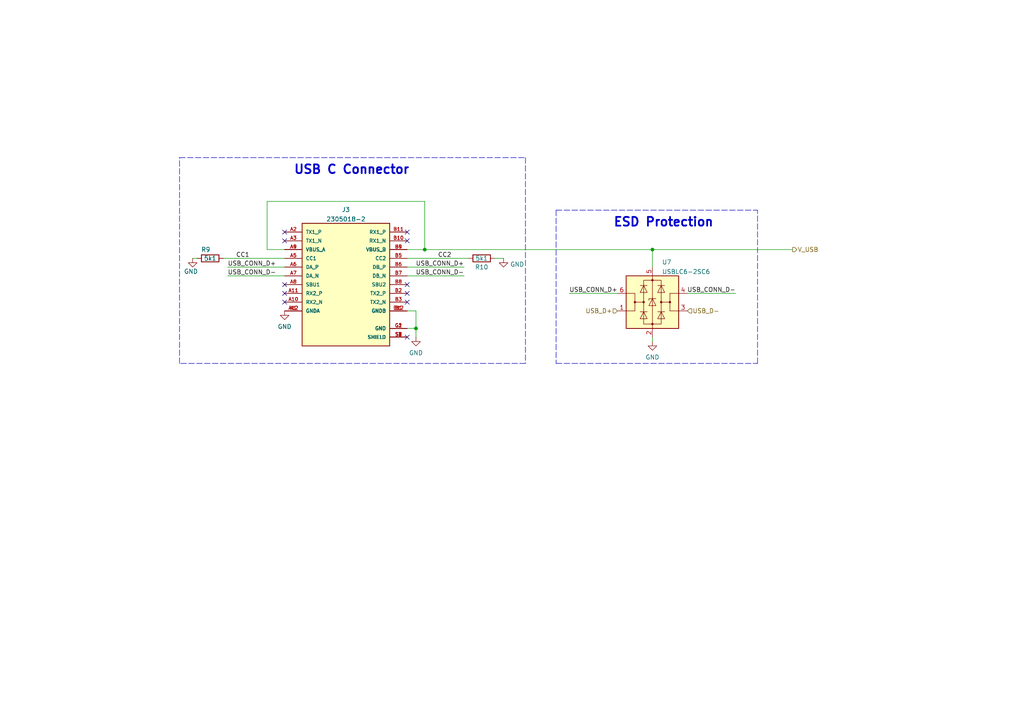
<source format=kicad_sch>
(kicad_sch (version 20211123) (generator eeschema)

  (uuid 9b8ae992-fb55-40b2-9c8b-fedb6e756c13)

  (paper "A4")

  (title_block
    (title "USB Input")
    (rev "1")
    (company "Kane Stoboi")
  )

  (lib_symbols
    (symbol "2305018-2:2305018-2" (pin_names (offset 1.016)) (in_bom yes) (on_board yes)
      (property "Reference" "J" (id 0) (at -12.7 18.0594 0)
        (effects (font (size 1.27 1.27)) (justify left bottom))
      )
      (property "Value" "2305018-2" (id 1) (at -12.7 -20.3454 0)
        (effects (font (size 1.27 1.27)) (justify left bottom))
      )
      (property "Footprint" "SnapEDA Library:TE_2305018-2" (id 2) (at 0 0 0)
        (effects (font (size 1.27 1.27)) (justify left bottom) hide)
      )
      (property "Datasheet" "" (id 3) (at 0 0 0)
        (effects (font (size 1.27 1.27)) (justify left bottom) hide)
      )
      (property "STANDRAD" "Manufacturer Recommendation" (id 4) (at 0 0 0)
        (effects (font (size 1.27 1.27)) (justify left bottom) hide)
      )
      (property "PARTREV" "6.0" (id 5) (at 0 0 0)
        (effects (font (size 1.27 1.27)) (justify left bottom) hide)
      )
      (property "MANUFACTURER" "TE Connectivity" (id 6) (at 0 0 0)
        (effects (font (size 1.27 1.27)) (justify left bottom) hide)
      )
      (property "ki_locked" "" (id 7) (at 0 0 0)
        (effects (font (size 1.27 1.27)))
      )
      (symbol "2305018-2_0_0"
        (rectangle (start -12.7 -17.78) (end 12.7 17.78)
          (stroke (width 0.254) (type default) (color 0 0 0 0))
          (fill (type background))
        )
        (pin passive line (at -17.78 -7.62 0) (length 5.08)
          (name "GNDA" (effects (font (size 1.016 1.016))))
          (number "A1" (effects (font (size 1.016 1.016))))
        )
        (pin passive line (at -17.78 -5.08 0) (length 5.08)
          (name "RX2_N" (effects (font (size 1.016 1.016))))
          (number "A10" (effects (font (size 1.016 1.016))))
        )
        (pin passive line (at -17.78 -2.54 0) (length 5.08)
          (name "RX2_P" (effects (font (size 1.016 1.016))))
          (number "A11" (effects (font (size 1.016 1.016))))
        )
        (pin passive line (at -17.78 -7.62 0) (length 5.08)
          (name "GNDA" (effects (font (size 1.016 1.016))))
          (number "A12" (effects (font (size 1.016 1.016))))
        )
        (pin passive line (at -17.78 15.24 0) (length 5.08)
          (name "TX1_P" (effects (font (size 1.016 1.016))))
          (number "A2" (effects (font (size 1.016 1.016))))
        )
        (pin passive line (at -17.78 12.7 0) (length 5.08)
          (name "TX1_N" (effects (font (size 1.016 1.016))))
          (number "A3" (effects (font (size 1.016 1.016))))
        )
        (pin passive line (at -17.78 10.16 0) (length 5.08)
          (name "VBUS_A" (effects (font (size 1.016 1.016))))
          (number "A4" (effects (font (size 1.016 1.016))))
        )
        (pin passive line (at -17.78 7.62 0) (length 5.08)
          (name "CC1" (effects (font (size 1.016 1.016))))
          (number "A5" (effects (font (size 1.016 1.016))))
        )
        (pin passive line (at -17.78 5.08 0) (length 5.08)
          (name "DA_P" (effects (font (size 1.016 1.016))))
          (number "A6" (effects (font (size 1.016 1.016))))
        )
        (pin passive line (at -17.78 2.54 0) (length 5.08)
          (name "DA_N" (effects (font (size 1.016 1.016))))
          (number "A7" (effects (font (size 1.016 1.016))))
        )
        (pin passive line (at -17.78 0 0) (length 5.08)
          (name "SBU1" (effects (font (size 1.016 1.016))))
          (number "A8" (effects (font (size 1.016 1.016))))
        )
        (pin passive line (at -17.78 10.16 0) (length 5.08)
          (name "VBUS_A" (effects (font (size 1.016 1.016))))
          (number "A9" (effects (font (size 1.016 1.016))))
        )
        (pin passive line (at 17.78 -7.62 180) (length 5.08)
          (name "GNDB" (effects (font (size 1.016 1.016))))
          (number "B1" (effects (font (size 1.016 1.016))))
        )
        (pin passive line (at 17.78 12.7 180) (length 5.08)
          (name "RX1_N" (effects (font (size 1.016 1.016))))
          (number "B10" (effects (font (size 1.016 1.016))))
        )
        (pin passive line (at 17.78 15.24 180) (length 5.08)
          (name "RX1_P" (effects (font (size 1.016 1.016))))
          (number "B11" (effects (font (size 1.016 1.016))))
        )
        (pin passive line (at 17.78 -7.62 180) (length 5.08)
          (name "GNDB" (effects (font (size 1.016 1.016))))
          (number "B12" (effects (font (size 1.016 1.016))))
        )
        (pin passive line (at 17.78 -2.54 180) (length 5.08)
          (name "TX2_P" (effects (font (size 1.016 1.016))))
          (number "B2" (effects (font (size 1.016 1.016))))
        )
        (pin passive line (at 17.78 -5.08 180) (length 5.08)
          (name "TX2_N" (effects (font (size 1.016 1.016))))
          (number "B3" (effects (font (size 1.016 1.016))))
        )
        (pin passive line (at 17.78 10.16 180) (length 5.08)
          (name "VBUS_B" (effects (font (size 1.016 1.016))))
          (number "B4" (effects (font (size 1.016 1.016))))
        )
        (pin passive line (at 17.78 7.62 180) (length 5.08)
          (name "CC2" (effects (font (size 1.016 1.016))))
          (number "B5" (effects (font (size 1.016 1.016))))
        )
        (pin passive line (at 17.78 5.08 180) (length 5.08)
          (name "DB_P" (effects (font (size 1.016 1.016))))
          (number "B6" (effects (font (size 1.016 1.016))))
        )
        (pin passive line (at 17.78 2.54 180) (length 5.08)
          (name "DB_N" (effects (font (size 1.016 1.016))))
          (number "B7" (effects (font (size 1.016 1.016))))
        )
        (pin passive line (at 17.78 0 180) (length 5.08)
          (name "SBU2" (effects (font (size 1.016 1.016))))
          (number "B8" (effects (font (size 1.016 1.016))))
        )
        (pin passive line (at 17.78 10.16 180) (length 5.08)
          (name "VBUS_B" (effects (font (size 1.016 1.016))))
          (number "B9" (effects (font (size 1.016 1.016))))
        )
        (pin power_in line (at 17.78 -12.7 180) (length 5.08)
          (name "GND" (effects (font (size 1.016 1.016))))
          (number "G1" (effects (font (size 1.016 1.016))))
        )
        (pin power_in line (at 17.78 -12.7 180) (length 5.08)
          (name "GND" (effects (font (size 1.016 1.016))))
          (number "G2" (effects (font (size 1.016 1.016))))
        )
        (pin power_in line (at 17.78 -15.24 180) (length 5.08)
          (name "SHIELD" (effects (font (size 1.016 1.016))))
          (number "S1" (effects (font (size 1.016 1.016))))
        )
        (pin power_in line (at 17.78 -15.24 180) (length 5.08)
          (name "SHIELD" (effects (font (size 1.016 1.016))))
          (number "S2" (effects (font (size 1.016 1.016))))
        )
        (pin power_in line (at 17.78 -15.24 180) (length 5.08)
          (name "SHIELD" (effects (font (size 1.016 1.016))))
          (number "S3" (effects (font (size 1.016 1.016))))
        )
        (pin power_in line (at 17.78 -15.24 180) (length 5.08)
          (name "SHIELD" (effects (font (size 1.016 1.016))))
          (number "S4" (effects (font (size 1.016 1.016))))
        )
      )
    )
    (symbol "Device:R" (pin_numbers hide) (pin_names (offset 0)) (in_bom yes) (on_board yes)
      (property "Reference" "R" (id 0) (at 2.032 0 90)
        (effects (font (size 1.27 1.27)))
      )
      (property "Value" "R" (id 1) (at 0 0 90)
        (effects (font (size 1.27 1.27)))
      )
      (property "Footprint" "" (id 2) (at -1.778 0 90)
        (effects (font (size 1.27 1.27)) hide)
      )
      (property "Datasheet" "~" (id 3) (at 0 0 0)
        (effects (font (size 1.27 1.27)) hide)
      )
      (property "ki_keywords" "R res resistor" (id 4) (at 0 0 0)
        (effects (font (size 1.27 1.27)) hide)
      )
      (property "ki_description" "Resistor" (id 5) (at 0 0 0)
        (effects (font (size 1.27 1.27)) hide)
      )
      (property "ki_fp_filters" "R_*" (id 6) (at 0 0 0)
        (effects (font (size 1.27 1.27)) hide)
      )
      (symbol "R_0_1"
        (rectangle (start -1.016 -2.54) (end 1.016 2.54)
          (stroke (width 0.254) (type default) (color 0 0 0 0))
          (fill (type none))
        )
      )
      (symbol "R_1_1"
        (pin passive line (at 0 3.81 270) (length 1.27)
          (name "~" (effects (font (size 1.27 1.27))))
          (number "1" (effects (font (size 1.27 1.27))))
        )
        (pin passive line (at 0 -3.81 90) (length 1.27)
          (name "~" (effects (font (size 1.27 1.27))))
          (number "2" (effects (font (size 1.27 1.27))))
        )
      )
    )
    (symbol "Power_Protection:USBLC6-2SC6" (pin_names hide) (in_bom yes) (on_board yes)
      (property "Reference" "U" (id 0) (at 2.54 8.89 0)
        (effects (font (size 1.27 1.27)) (justify left))
      )
      (property "Value" "USBLC6-2SC6" (id 1) (at 2.54 -8.89 0)
        (effects (font (size 1.27 1.27)) (justify left))
      )
      (property "Footprint" "Package_TO_SOT_SMD:SOT-23-6" (id 2) (at 0 -12.7 0)
        (effects (font (size 1.27 1.27)) hide)
      )
      (property "Datasheet" "https://www.st.com/resource/en/datasheet/usblc6-2.pdf" (id 3) (at 5.08 8.89 0)
        (effects (font (size 1.27 1.27)) hide)
      )
      (property "ki_keywords" "usb ethernet video" (id 4) (at 0 0 0)
        (effects (font (size 1.27 1.27)) hide)
      )
      (property "ki_description" "Very low capacitance ESD protection diode, 2 data-line, SOT-23-6" (id 5) (at 0 0 0)
        (effects (font (size 1.27 1.27)) hide)
      )
      (property "ki_fp_filters" "SOT?23*" (id 6) (at 0 0 0)
        (effects (font (size 1.27 1.27)) hide)
      )
      (symbol "USBLC6-2SC6_0_1"
        (rectangle (start -7.62 -7.62) (end 7.62 7.62)
          (stroke (width 0.254) (type default) (color 0 0 0 0))
          (fill (type background))
        )
        (circle (center -5.08 0) (radius 0.254)
          (stroke (width 0) (type default) (color 0 0 0 0))
          (fill (type outline))
        )
        (circle (center -2.54 0) (radius 0.254)
          (stroke (width 0) (type default) (color 0 0 0 0))
          (fill (type outline))
        )
        (rectangle (start -2.54 6.35) (end 2.54 -6.35)
          (stroke (width 0) (type default) (color 0 0 0 0))
          (fill (type none))
        )
        (circle (center 0 -6.35) (radius 0.254)
          (stroke (width 0) (type default) (color 0 0 0 0))
          (fill (type outline))
        )
        (polyline
          (pts
            (xy -5.08 -2.54)
            (xy -7.62 -2.54)
          )
          (stroke (width 0) (type default) (color 0 0 0 0))
          (fill (type none))
        )
        (polyline
          (pts
            (xy -5.08 0)
            (xy -5.08 -2.54)
          )
          (stroke (width 0) (type default) (color 0 0 0 0))
          (fill (type none))
        )
        (polyline
          (pts
            (xy -5.08 2.54)
            (xy -7.62 2.54)
          )
          (stroke (width 0) (type default) (color 0 0 0 0))
          (fill (type none))
        )
        (polyline
          (pts
            (xy -1.524 -2.794)
            (xy -3.556 -2.794)
          )
          (stroke (width 0) (type default) (color 0 0 0 0))
          (fill (type none))
        )
        (polyline
          (pts
            (xy -1.524 4.826)
            (xy -3.556 4.826)
          )
          (stroke (width 0) (type default) (color 0 0 0 0))
          (fill (type none))
        )
        (polyline
          (pts
            (xy 0 -7.62)
            (xy 0 -6.35)
          )
          (stroke (width 0) (type default) (color 0 0 0 0))
          (fill (type none))
        )
        (polyline
          (pts
            (xy 0 -6.35)
            (xy 0 1.27)
          )
          (stroke (width 0) (type default) (color 0 0 0 0))
          (fill (type none))
        )
        (polyline
          (pts
            (xy 0 1.27)
            (xy 0 6.35)
          )
          (stroke (width 0) (type default) (color 0 0 0 0))
          (fill (type none))
        )
        (polyline
          (pts
            (xy 0 6.35)
            (xy 0 7.62)
          )
          (stroke (width 0) (type default) (color 0 0 0 0))
          (fill (type none))
        )
        (polyline
          (pts
            (xy 1.524 -2.794)
            (xy 3.556 -2.794)
          )
          (stroke (width 0) (type default) (color 0 0 0 0))
          (fill (type none))
        )
        (polyline
          (pts
            (xy 1.524 4.826)
            (xy 3.556 4.826)
          )
          (stroke (width 0) (type default) (color 0 0 0 0))
          (fill (type none))
        )
        (polyline
          (pts
            (xy 5.08 -2.54)
            (xy 7.62 -2.54)
          )
          (stroke (width 0) (type default) (color 0 0 0 0))
          (fill (type none))
        )
        (polyline
          (pts
            (xy 5.08 0)
            (xy 5.08 -2.54)
          )
          (stroke (width 0) (type default) (color 0 0 0 0))
          (fill (type none))
        )
        (polyline
          (pts
            (xy 5.08 2.54)
            (xy 7.62 2.54)
          )
          (stroke (width 0) (type default) (color 0 0 0 0))
          (fill (type none))
        )
        (polyline
          (pts
            (xy -2.54 0)
            (xy -5.08 0)
            (xy -5.08 2.54)
          )
          (stroke (width 0) (type default) (color 0 0 0 0))
          (fill (type none))
        )
        (polyline
          (pts
            (xy 2.54 0)
            (xy 5.08 0)
            (xy 5.08 2.54)
          )
          (stroke (width 0) (type default) (color 0 0 0 0))
          (fill (type none))
        )
        (polyline
          (pts
            (xy -3.556 -4.826)
            (xy -1.524 -4.826)
            (xy -2.54 -2.794)
            (xy -3.556 -4.826)
          )
          (stroke (width 0) (type default) (color 0 0 0 0))
          (fill (type none))
        )
        (polyline
          (pts
            (xy -3.556 2.794)
            (xy -1.524 2.794)
            (xy -2.54 4.826)
            (xy -3.556 2.794)
          )
          (stroke (width 0) (type default) (color 0 0 0 0))
          (fill (type none))
        )
        (polyline
          (pts
            (xy -1.016 -1.016)
            (xy 1.016 -1.016)
            (xy 0 1.016)
            (xy -1.016 -1.016)
          )
          (stroke (width 0) (type default) (color 0 0 0 0))
          (fill (type none))
        )
        (polyline
          (pts
            (xy 1.016 1.016)
            (xy 0.762 1.016)
            (xy -1.016 1.016)
            (xy -1.016 0.508)
          )
          (stroke (width 0) (type default) (color 0 0 0 0))
          (fill (type none))
        )
        (polyline
          (pts
            (xy 3.556 -4.826)
            (xy 1.524 -4.826)
            (xy 2.54 -2.794)
            (xy 3.556 -4.826)
          )
          (stroke (width 0) (type default) (color 0 0 0 0))
          (fill (type none))
        )
        (polyline
          (pts
            (xy 3.556 2.794)
            (xy 1.524 2.794)
            (xy 2.54 4.826)
            (xy 3.556 2.794)
          )
          (stroke (width 0) (type default) (color 0 0 0 0))
          (fill (type none))
        )
        (circle (center 0 6.35) (radius 0.254)
          (stroke (width 0) (type default) (color 0 0 0 0))
          (fill (type outline))
        )
        (circle (center 2.54 0) (radius 0.254)
          (stroke (width 0) (type default) (color 0 0 0 0))
          (fill (type outline))
        )
        (circle (center 5.08 0) (radius 0.254)
          (stroke (width 0) (type default) (color 0 0 0 0))
          (fill (type outline))
        )
      )
      (symbol "USBLC6-2SC6_1_1"
        (pin passive line (at -10.16 -2.54 0) (length 2.54)
          (name "I/O1" (effects (font (size 1.27 1.27))))
          (number "1" (effects (font (size 1.27 1.27))))
        )
        (pin passive line (at 0 -10.16 90) (length 2.54)
          (name "GND" (effects (font (size 1.27 1.27))))
          (number "2" (effects (font (size 1.27 1.27))))
        )
        (pin passive line (at 10.16 -2.54 180) (length 2.54)
          (name "I/O2" (effects (font (size 1.27 1.27))))
          (number "3" (effects (font (size 1.27 1.27))))
        )
        (pin passive line (at 10.16 2.54 180) (length 2.54)
          (name "I/O2" (effects (font (size 1.27 1.27))))
          (number "4" (effects (font (size 1.27 1.27))))
        )
        (pin passive line (at 0 10.16 270) (length 2.54)
          (name "VBUS" (effects (font (size 1.27 1.27))))
          (number "5" (effects (font (size 1.27 1.27))))
        )
        (pin passive line (at -10.16 2.54 0) (length 2.54)
          (name "I/O1" (effects (font (size 1.27 1.27))))
          (number "6" (effects (font (size 1.27 1.27))))
        )
      )
    )
    (symbol "power:GND" (power) (pin_names (offset 0)) (in_bom yes) (on_board yes)
      (property "Reference" "#PWR" (id 0) (at 0 -6.35 0)
        (effects (font (size 1.27 1.27)) hide)
      )
      (property "Value" "GND" (id 1) (at 0 -3.81 0)
        (effects (font (size 1.27 1.27)))
      )
      (property "Footprint" "" (id 2) (at 0 0 0)
        (effects (font (size 1.27 1.27)) hide)
      )
      (property "Datasheet" "" (id 3) (at 0 0 0)
        (effects (font (size 1.27 1.27)) hide)
      )
      (property "ki_keywords" "power-flag" (id 4) (at 0 0 0)
        (effects (font (size 1.27 1.27)) hide)
      )
      (property "ki_description" "Power symbol creates a global label with name \"GND\" , ground" (id 5) (at 0 0 0)
        (effects (font (size 1.27 1.27)) hide)
      )
      (symbol "GND_0_1"
        (polyline
          (pts
            (xy 0 0)
            (xy 0 -1.27)
            (xy 1.27 -1.27)
            (xy 0 -2.54)
            (xy -1.27 -1.27)
            (xy 0 -1.27)
          )
          (stroke (width 0) (type default) (color 0 0 0 0))
          (fill (type none))
        )
      )
      (symbol "GND_1_1"
        (pin power_in line (at 0 0 270) (length 0) hide
          (name "GND" (effects (font (size 1.27 1.27))))
          (number "1" (effects (font (size 1.27 1.27))))
        )
      )
    )
  )

  (junction (at 123.19 72.39) (diameter 0) (color 0 0 0 0)
    (uuid 81cabb9c-0953-4f28-9f1b-85b646cbba12)
  )
  (junction (at 189.23 72.39) (diameter 0) (color 0 0 0 0)
    (uuid a9b7595f-f04a-44cd-8a8b-e3159731f3b9)
  )
  (junction (at 120.65 95.25) (diameter 0) (color 0 0 0 0)
    (uuid ddcc0d5e-13d2-46b3-b3ff-e422eac8a1fd)
  )

  (no_connect (at 118.11 87.63) (uuid 00950159-835e-41f8-ad72-6d76605c271d))
  (no_connect (at 118.11 82.55) (uuid 0ac0f97b-cc58-41ba-bc01-11a7817cda5c))
  (no_connect (at 82.55 85.09) (uuid 46bd8aab-52e0-464c-92a1-590ae392cc51))
  (no_connect (at 118.11 97.79) (uuid 54ca374e-54c9-482b-a93d-2685400c173b))
  (no_connect (at 82.55 82.55) (uuid 6b90e64a-1234-4541-bfdf-1b2bf1e400b9))
  (no_connect (at 82.55 69.85) (uuid 6d0b4540-2fe2-4a44-a36d-e4d62d0bf694))
  (no_connect (at 118.11 85.09) (uuid 80683003-ac69-4a12-b6ca-8eda66b1a635))
  (no_connect (at 118.11 67.31) (uuid 81a115e6-9faf-44b1-af74-fe7d67b939d9))
  (no_connect (at 118.11 69.85) (uuid b845dff1-2270-4bec-82d1-06fcfbcf3a3d))
  (no_connect (at 82.55 87.63) (uuid e356cb42-2c6a-4735-973e-7d567ff4f1bc))
  (no_connect (at 82.55 67.31) (uuid f8b9c006-9cde-435f-8863-8aa59bb138bb))

  (polyline (pts (xy 52.07 45.72) (xy 152.4 45.72))
    (stroke (width 0) (type default) (color 0 0 0 0))
    (uuid 07a640c4-7f64-416f-803e-ab75ac8844f6)
  )
  (polyline (pts (xy 52.07 105.41) (xy 52.07 45.72))
    (stroke (width 0) (type default) (color 0 0 0 0))
    (uuid 0c8a3f8b-404d-421c-b4b5-8d243b19c0b9)
  )
  (polyline (pts (xy 161.29 105.41) (xy 219.71 105.41))
    (stroke (width 0) (type default) (color 0 0 0 0))
    (uuid 10df0dad-9ccb-4f77-983d-22c60d0da730)
  )

  (wire (pts (xy 118.11 74.93) (xy 135.89 74.93))
    (stroke (width 0) (type default) (color 0 0 0 0))
    (uuid 1fcdb243-cd33-46b4-af40-eb9cf137d834)
  )
  (wire (pts (xy 77.47 58.42) (xy 123.19 58.42))
    (stroke (width 0) (type default) (color 0 0 0 0))
    (uuid 25e7ecac-fffe-48a3-aa19-c58ff86997ce)
  )
  (polyline (pts (xy 161.29 60.96) (xy 161.29 105.41))
    (stroke (width 0) (type default) (color 0 0 0 0))
    (uuid 2e9e4f98-2846-4c13-a4fc-41e31808d6ed)
  )
  (polyline (pts (xy 152.4 45.72) (xy 152.4 105.41))
    (stroke (width 0) (type default) (color 0 0 0 0))
    (uuid 36e4e09c-a3f3-4aef-a796-6213e8f208d3)
  )

  (wire (pts (xy 77.47 72.39) (xy 77.47 58.42))
    (stroke (width 0) (type default) (color 0 0 0 0))
    (uuid 40185263-5e1d-4759-a35c-94bbd7942173)
  )
  (wire (pts (xy 118.11 95.25) (xy 120.65 95.25))
    (stroke (width 0) (type default) (color 0 0 0 0))
    (uuid 438278b1-8caa-42df-8627-c5981d3186da)
  )
  (wire (pts (xy 189.23 72.39) (xy 229.87 72.39))
    (stroke (width 0) (type default) (color 0 0 0 0))
    (uuid 59513d5d-8a34-4bf0-8608-10933e83f0ab)
  )
  (polyline (pts (xy 161.29 60.96) (xy 219.71 60.96))
    (stroke (width 0) (type default) (color 0 0 0 0))
    (uuid 5dec24c5-4dc5-480a-a570-916cbca9aa88)
  )
  (polyline (pts (xy 52.07 45.72) (xy 52.07 45.72))
    (stroke (width 0) (type default) (color 0 0 0 0))
    (uuid 5f8347ec-50d2-4ffd-8d2b-26e0719c0a4d)
  )

  (wire (pts (xy 189.23 97.79) (xy 189.23 99.06))
    (stroke (width 0) (type default) (color 0 0 0 0))
    (uuid 67fcade7-18e7-4e86-b743-2686dbccc377)
  )
  (wire (pts (xy 66.04 80.01) (xy 82.55 80.01))
    (stroke (width 0) (type default) (color 0 0 0 0))
    (uuid 6e5612da-957c-4239-b4ba-923db5b2ef0c)
  )
  (wire (pts (xy 118.11 72.39) (xy 123.19 72.39))
    (stroke (width 0) (type default) (color 0 0 0 0))
    (uuid 79cb0916-3ee5-4e41-8c25-4894d437b3e4)
  )
  (wire (pts (xy 123.19 58.42) (xy 123.19 72.39))
    (stroke (width 0) (type default) (color 0 0 0 0))
    (uuid 7fdb31df-af3e-4745-a6a9-22194916d234)
  )
  (wire (pts (xy 120.65 95.25) (xy 120.65 97.79))
    (stroke (width 0) (type default) (color 0 0 0 0))
    (uuid 824b33c2-8b85-42d6-be11-a5554a684615)
  )
  (polyline (pts (xy 219.71 105.41) (xy 219.71 60.96))
    (stroke (width 0) (type default) (color 0 0 0 0))
    (uuid 88cd6230-db1e-4d90-b864-631b7841e3a7)
  )

  (wire (pts (xy 213.36 85.09) (xy 199.39 85.09))
    (stroke (width 0) (type default) (color 0 0 0 0))
    (uuid 98421aab-1c05-4db4-a40c-e5efebf17a8a)
  )
  (wire (pts (xy 120.65 90.17) (xy 120.65 95.25))
    (stroke (width 0) (type default) (color 0 0 0 0))
    (uuid a214d845-41d2-40f5-83d1-d82483633c82)
  )
  (wire (pts (xy 118.11 90.17) (xy 120.65 90.17))
    (stroke (width 0) (type default) (color 0 0 0 0))
    (uuid a4f74664-521c-4b7e-8b0a-f8646ba0868c)
  )
  (wire (pts (xy 123.19 72.39) (xy 189.23 72.39))
    (stroke (width 0) (type default) (color 0 0 0 0))
    (uuid a52422ef-982a-4a38-a31c-ed9aa93d0914)
  )
  (wire (pts (xy 165.1 85.09) (xy 179.07 85.09))
    (stroke (width 0) (type default) (color 0 0 0 0))
    (uuid b263a572-6e5a-4a16-a6d4-7aa292567fd2)
  )
  (wire (pts (xy 189.23 72.39) (xy 189.23 77.47))
    (stroke (width 0) (type default) (color 0 0 0 0))
    (uuid bc83bff2-7ae9-466e-bce8-96e35ab3af78)
  )
  (wire (pts (xy 66.04 77.47) (xy 82.55 77.47))
    (stroke (width 0) (type default) (color 0 0 0 0))
    (uuid ca15feb0-2df9-4500-a91f-54771f9e7d80)
  )
  (wire (pts (xy 134.62 77.47) (xy 118.11 77.47))
    (stroke (width 0) (type default) (color 0 0 0 0))
    (uuid d0e6c70f-6fbe-4b64-99c9-ee5d06b33281)
  )
  (wire (pts (xy 57.15 74.93) (xy 55.88 74.93))
    (stroke (width 0) (type default) (color 0 0 0 0))
    (uuid d76d5e1c-f86f-440c-b23b-87abc2cc47d1)
  )
  (wire (pts (xy 134.62 80.01) (xy 118.11 80.01))
    (stroke (width 0) (type default) (color 0 0 0 0))
    (uuid dca6ca87-29c0-4b2f-85b9-739d84ad82b6)
  )
  (wire (pts (xy 143.51 74.93) (xy 146.05 74.93))
    (stroke (width 0) (type default) (color 0 0 0 0))
    (uuid dea0ccf0-ac0f-4e07-a322-6913f683127a)
  )
  (wire (pts (xy 82.55 72.39) (xy 77.47 72.39))
    (stroke (width 0) (type default) (color 0 0 0 0))
    (uuid e0109056-7898-4132-a94e-e7aa935e7c96)
  )
  (polyline (pts (xy 152.4 105.41) (xy 52.07 105.41))
    (stroke (width 0) (type default) (color 0 0 0 0))
    (uuid ff960978-4987-4562-b77e-18bb9d5a90f3)
  )

  (wire (pts (xy 64.77 74.93) (xy 82.55 74.93))
    (stroke (width 0) (type default) (color 0 0 0 0))
    (uuid ffd8f90c-b750-459c-bc3a-cf6400e7b067)
  )

  (text "ESD Protection" (at 177.8 66.04 0)
    (effects (font (size 2.54 2.54) (thickness 0.508) bold) (justify left bottom))
    (uuid 1ce26f0d-cf77-4126-a2ef-9b8921d2ab65)
  )
  (text "USB C Connector" (at 85.09 50.8 0)
    (effects (font (size 2.54 2.54) (thickness 0.508) bold) (justify left bottom))
    (uuid dee37cb7-6530-45b0-aa2c-d0802e6acc73)
  )

  (label "USB_CONN_D+" (at 165.1 85.09 0)
    (effects (font (size 1.27 1.27)) (justify left bottom))
    (uuid 0d57db7b-07b8-47f7-9dd3-47b9bbfa3795)
  )
  (label "USB_CONN_D-" (at 134.62 80.01 180)
    (effects (font (size 1.27 1.27)) (justify right bottom))
    (uuid 0eb4bed1-a3f3-42f2-9589-f0cf5391340a)
  )
  (label "USB_CONN_D-" (at 66.04 80.01 0)
    (effects (font (size 1.27 1.27)) (justify left bottom))
    (uuid 146c9996-743e-41a0-a9e7-488a64432d9f)
  )
  (label "USB_CONN_D+" (at 134.62 77.47 180)
    (effects (font (size 1.27 1.27)) (justify right bottom))
    (uuid 610cb42b-4d99-4def-aee5-b42e07681df2)
  )
  (label "USB_CONN_D+" (at 66.04 77.47 0)
    (effects (font (size 1.27 1.27)) (justify left bottom))
    (uuid b833133e-e77d-4a0e-af88-3d80f8b3b693)
  )
  (label "USB_CONN_D-" (at 213.36 85.09 180)
    (effects (font (size 1.27 1.27)) (justify right bottom))
    (uuid ba4d9233-2f2f-496d-ab23-bb92bcb65811)
  )
  (label "CC2" (at 127 74.93 0)
    (effects (font (size 1.27 1.27)) (justify left bottom))
    (uuid fbad2644-f33d-417c-9dd1-b39125bb2f2e)
  )
  (label "CC1" (at 72.39 74.93 180)
    (effects (font (size 1.27 1.27)) (justify right bottom))
    (uuid fbcb0304-0722-4e00-ab48-d150665cf9b7)
  )

  (hierarchical_label "USB_D-" (shape input) (at 199.39 90.17 0)
    (effects (font (size 1.27 1.27)) (justify left))
    (uuid 07d7d013-ee2c-4517-8fc7-e00966ff00cf)
  )
  (hierarchical_label "V_USB" (shape output) (at 229.87 72.39 0)
    (effects (font (size 1.27 1.27)) (justify left))
    (uuid 1e0e688b-0b17-49c2-a0e6-509d1a1cb7d7)
  )
  (hierarchical_label "USB_D+" (shape input) (at 179.07 90.17 180)
    (effects (font (size 1.27 1.27)) (justify right))
    (uuid 826d71f9-923a-43cf-9118-a69a2699d32d)
  )

  (symbol (lib_id "power:GND") (at 189.23 99.06 0) (unit 1)
    (in_bom yes) (on_board yes) (fields_autoplaced)
    (uuid 08838026-2b8b-4542-991d-758294878315)
    (property "Reference" "#PWR0141" (id 0) (at 189.23 105.41 0)
      (effects (font (size 1.27 1.27)) hide)
    )
    (property "Value" "GND" (id 1) (at 189.23 103.6225 0))
    (property "Footprint" "" (id 2) (at 189.23 99.06 0)
      (effects (font (size 1.27 1.27)) hide)
    )
    (property "Datasheet" "" (id 3) (at 189.23 99.06 0)
      (effects (font (size 1.27 1.27)) hide)
    )
    (pin "1" (uuid f10905ef-9ebd-44ea-b4fd-12e54187f843))
  )

  (symbol (lib_id "Power_Protection:USBLC6-2SC6") (at 189.23 87.63 0) (unit 1)
    (in_bom yes) (on_board yes) (fields_autoplaced)
    (uuid 0aad19bf-8af0-43f2-b34e-6080ef3c3761)
    (property "Reference" "U7" (id 0) (at 191.9987 76.0435 0)
      (effects (font (size 1.27 1.27)) (justify left))
    )
    (property "Value" "USBLC6-2SC6" (id 1) (at 191.9987 78.8186 0)
      (effects (font (size 1.27 1.27)) (justify left))
    )
    (property "Footprint" "Package_TO_SOT_SMD:SOT-23-6" (id 2) (at 189.23 100.33 0)
      (effects (font (size 1.27 1.27)) hide)
    )
    (property "Datasheet" "https://www.st.com/resource/en/datasheet/usblc6-2.pdf" (id 3) (at 194.31 78.74 0)
      (effects (font (size 1.27 1.27)) hide)
    )
    (property "Manufacturer Part Number" "USBLC6-2SC6" (id 4) (at 189.23 87.63 0)
      (effects (font (size 1.27 1.27)) hide)
    )
    (pin "1" (uuid b70c6e72-89e7-4884-a773-945537c71493))
    (pin "2" (uuid 11a5a639-40a3-4628-ab2f-ef68709511f3))
    (pin "3" (uuid 6795da54-1d73-4307-b46f-a91acf5aadf3))
    (pin "4" (uuid 9d362340-01a6-40d8-bc02-c1e972441b33))
    (pin "5" (uuid c38f10ed-765d-4f06-a1a0-10e4a5863ccf))
    (pin "6" (uuid f7591f8e-2f59-4776-a85a-95bdf6fec365))
  )

  (symbol (lib_id "power:GND") (at 120.65 97.79 0) (unit 1)
    (in_bom yes) (on_board yes) (fields_autoplaced)
    (uuid 14c3dc7b-6b2b-46dd-a8f7-809853927558)
    (property "Reference" "#PWR0101" (id 0) (at 120.65 104.14 0)
      (effects (font (size 1.27 1.27)) hide)
    )
    (property "Value" "GND" (id 1) (at 120.65 102.3525 0))
    (property "Footprint" "" (id 2) (at 120.65 97.79 0)
      (effects (font (size 1.27 1.27)) hide)
    )
    (property "Datasheet" "" (id 3) (at 120.65 97.79 0)
      (effects (font (size 1.27 1.27)) hide)
    )
    (pin "1" (uuid a9b12e07-374a-47c1-b314-f27487e21503))
  )

  (symbol (lib_id "power:GND") (at 146.05 74.93 0) (unit 1)
    (in_bom yes) (on_board yes) (fields_autoplaced)
    (uuid 1efdea44-5fb7-47dd-8b58-751bf6d4367a)
    (property "Reference" "#PWR0115" (id 0) (at 146.05 81.28 0)
      (effects (font (size 1.27 1.27)) hide)
    )
    (property "Value" "GND" (id 1) (at 147.955 76.679 0)
      (effects (font (size 1.27 1.27)) (justify left))
    )
    (property "Footprint" "" (id 2) (at 146.05 74.93 0)
      (effects (font (size 1.27 1.27)) hide)
    )
    (property "Datasheet" "" (id 3) (at 146.05 74.93 0)
      (effects (font (size 1.27 1.27)) hide)
    )
    (pin "1" (uuid fbcc4993-2f26-4f64-a911-ab9cbc6dc83d))
  )

  (symbol (lib_id "Device:R") (at 60.96 74.93 270) (unit 1)
    (in_bom yes) (on_board yes)
    (uuid 3ceefea0-1519-41a4-a46d-2a0cd67ab044)
    (property "Reference" "R9" (id 0) (at 59.69 72.39 90))
    (property "Value" "5k1" (id 1) (at 60.96 74.93 90))
    (property "Footprint" "Resistor_SMD:R_0402_1005Metric" (id 2) (at 60.96 73.152 90)
      (effects (font (size 1.27 1.27)) hide)
    )
    (property "Datasheet" "~" (id 3) (at 60.96 74.93 0)
      (effects (font (size 1.27 1.27)) hide)
    )
    (property "Manufacturer Part Number" "0402WGF5101TCE" (id 4) (at 60.96 74.93 0)
      (effects (font (size 1.27 1.27)) hide)
    )
    (property "MANUFACTURER" "UNI-ROYAL(Uniroyal Elec)" (id 5) (at 60.96 74.93 0)
      (effects (font (size 1.27 1.27)) hide)
    )
    (pin "1" (uuid daf3b8ab-a78a-45f8-ba72-0c6c8c2248a4))
    (pin "2" (uuid 6bf52362-9a75-4f95-a524-771c42b11a0c))
  )

  (symbol (lib_id "2305018-2:2305018-2") (at 100.33 82.55 0) (unit 1)
    (in_bom yes) (on_board yes) (fields_autoplaced)
    (uuid 616fd09b-26a2-40b7-a6de-fae56d19b256)
    (property "Reference" "J3" (id 0) (at 100.33 60.8035 0))
    (property "Value" "2305018-2" (id 1) (at 100.33 63.5786 0))
    (property "Footprint" "SnapEDA Library:TE_2305018-2" (id 2) (at 100.33 82.55 0)
      (effects (font (size 1.27 1.27)) (justify left bottom) hide)
    )
    (property "Datasheet" "" (id 3) (at 100.33 82.55 0)
      (effects (font (size 1.27 1.27)) (justify left bottom) hide)
    )
    (property "STANDRAD" "Manufacturer Recommendation" (id 4) (at 100.33 82.55 0)
      (effects (font (size 1.27 1.27)) (justify left bottom) hide)
    )
    (property "PARTREV" "6.0" (id 5) (at 100.33 82.55 0)
      (effects (font (size 1.27 1.27)) (justify left bottom) hide)
    )
    (property "MANUFACTURER" "TE Connectivity" (id 6) (at 100.33 82.55 0)
      (effects (font (size 1.27 1.27)) (justify left bottom) hide)
    )
    (property "Manufacturer Part Number" "2305018-2" (id 7) (at 100.33 82.55 0)
      (effects (font (size 1.27 1.27)) hide)
    )
    (pin "A1" (uuid 6ba401a3-9894-4fb2-bf0f-dac6461706fe))
    (pin "A10" (uuid 92d5cf26-6945-4b60-a212-a9a67842d077))
    (pin "A11" (uuid c838cb72-76a7-42ce-88ad-526bdc83252a))
    (pin "A12" (uuid c62e2d71-4424-4f30-9ea6-9f4296e6b6fc))
    (pin "A2" (uuid e20fd94a-4735-4f8f-8a2f-b14f758ac46f))
    (pin "A3" (uuid 56975b85-0477-44c6-aece-1708aa23e360))
    (pin "A4" (uuid 4fc3c5ba-dfe1-4f42-a2c0-e0516c8a1019))
    (pin "A5" (uuid 27881e6a-be28-4251-9b58-5c514f30d1b3))
    (pin "A6" (uuid 1311ba72-cb80-4df1-b642-6422be88983a))
    (pin "A7" (uuid 07ab75d9-d338-4f86-9fe3-d72e1a13fdc0))
    (pin "A8" (uuid 23b2c194-1d52-43ce-93b6-efdb4007a924))
    (pin "A9" (uuid 93be47c1-b89f-446d-8199-c76d3e98c0b6))
    (pin "B1" (uuid 22c69ce4-34d1-4d40-8ee4-ca37c1efacc8))
    (pin "B10" (uuid 5bff5337-f955-4328-a7ef-b59b18841694))
    (pin "B11" (uuid bef3603f-c216-4d1f-8adf-c64e2279b8a3))
    (pin "B12" (uuid 011fb06b-8851-4e3e-801e-b88055b5ae22))
    (pin "B2" (uuid 72be368d-49d5-4bb7-a080-7a7dfea7599f))
    (pin "B3" (uuid 045122a9-1b29-4d05-82cf-3891d25fb0ac))
    (pin "B4" (uuid c53ecef7-f57d-4390-9956-75d46f9f9636))
    (pin "B5" (uuid 8d559b48-0581-4234-90e2-c2a41ce0bdda))
    (pin "B6" (uuid 1df04ba4-f960-4700-b28e-120872515c18))
    (pin "B7" (uuid b831d459-5a50-49aa-a424-06e08136318d))
    (pin "B8" (uuid eecc59b3-2ce9-4d6e-afc2-f10b0758e225))
    (pin "B9" (uuid 1f81403e-3624-4fe3-93ae-6926681b3df6))
    (pin "G1" (uuid 299325dd-8a80-4fe9-b798-86a2d816c183))
    (pin "G2" (uuid 73babd36-bbcd-4311-b6e6-9a42ae67538d))
    (pin "S1" (uuid d7a7bae4-74e2-4e4b-b075-956cf6e104e4))
    (pin "S2" (uuid fc0e9b5b-7eb2-4d78-83e1-86ef452298e5))
    (pin "S3" (uuid c66cfd38-f489-486f-9576-deb714869ee8))
    (pin "S4" (uuid 96b83b65-9ba2-420e-b5cf-4df3e520d9ff))
  )

  (symbol (lib_id "power:GND") (at 82.55 90.17 0) (unit 1)
    (in_bom yes) (on_board yes) (fields_autoplaced)
    (uuid 84617180-6266-4580-83fc-7e3e14a1a30d)
    (property "Reference" "#PWR0102" (id 0) (at 82.55 96.52 0)
      (effects (font (size 1.27 1.27)) hide)
    )
    (property "Value" "GND" (id 1) (at 82.55 94.7325 0))
    (property "Footprint" "" (id 2) (at 82.55 90.17 0)
      (effects (font (size 1.27 1.27)) hide)
    )
    (property "Datasheet" "" (id 3) (at 82.55 90.17 0)
      (effects (font (size 1.27 1.27)) hide)
    )
    (pin "1" (uuid 1014437e-b602-47b3-b953-d6c44eb3aafe))
  )

  (symbol (lib_id "Device:R") (at 139.7 74.93 90) (unit 1)
    (in_bom yes) (on_board yes)
    (uuid b5de3e10-d791-4622-94d4-c5d36a6ea722)
    (property "Reference" "R10" (id 0) (at 139.7 77.47 90))
    (property "Value" "5k1" (id 1) (at 139.7 74.93 90))
    (property "Footprint" "Resistor_SMD:R_0402_1005Metric" (id 2) (at 139.7 76.708 90)
      (effects (font (size 1.27 1.27)) hide)
    )
    (property "Datasheet" "~" (id 3) (at 139.7 74.93 0)
      (effects (font (size 1.27 1.27)) hide)
    )
    (property "Manufacturer Part Number" "0402WGF5101TCE" (id 4) (at 139.7 74.93 0)
      (effects (font (size 1.27 1.27)) hide)
    )
    (property "MANUFACTURER" "UNI-ROYAL(Uniroyal Elec)" (id 5) (at 139.7 74.93 0)
      (effects (font (size 1.27 1.27)) hide)
    )
    (pin "1" (uuid 9f22355e-574c-4820-8f07-624ef7eeb0f2))
    (pin "2" (uuid b2e6a581-6fd1-4b59-bf9f-028b039c8c27))
  )

  (symbol (lib_id "power:GND") (at 55.88 74.93 0) (unit 1)
    (in_bom yes) (on_board yes)
    (uuid ed43735d-e88e-4ccd-b719-52a8ae8e7263)
    (property "Reference" "#PWR0104" (id 0) (at 55.88 81.28 0)
      (effects (font (size 1.27 1.27)) hide)
    )
    (property "Value" "GND" (id 1) (at 53.34 78.74 0)
      (effects (font (size 1.27 1.27)) (justify left))
    )
    (property "Footprint" "" (id 2) (at 55.88 74.93 0)
      (effects (font (size 1.27 1.27)) hide)
    )
    (property "Datasheet" "" (id 3) (at 55.88 74.93 0)
      (effects (font (size 1.27 1.27)) hide)
    )
    (pin "1" (uuid 312f03fa-e9f1-40d3-90c4-7b46dc55210a))
  )
)

</source>
